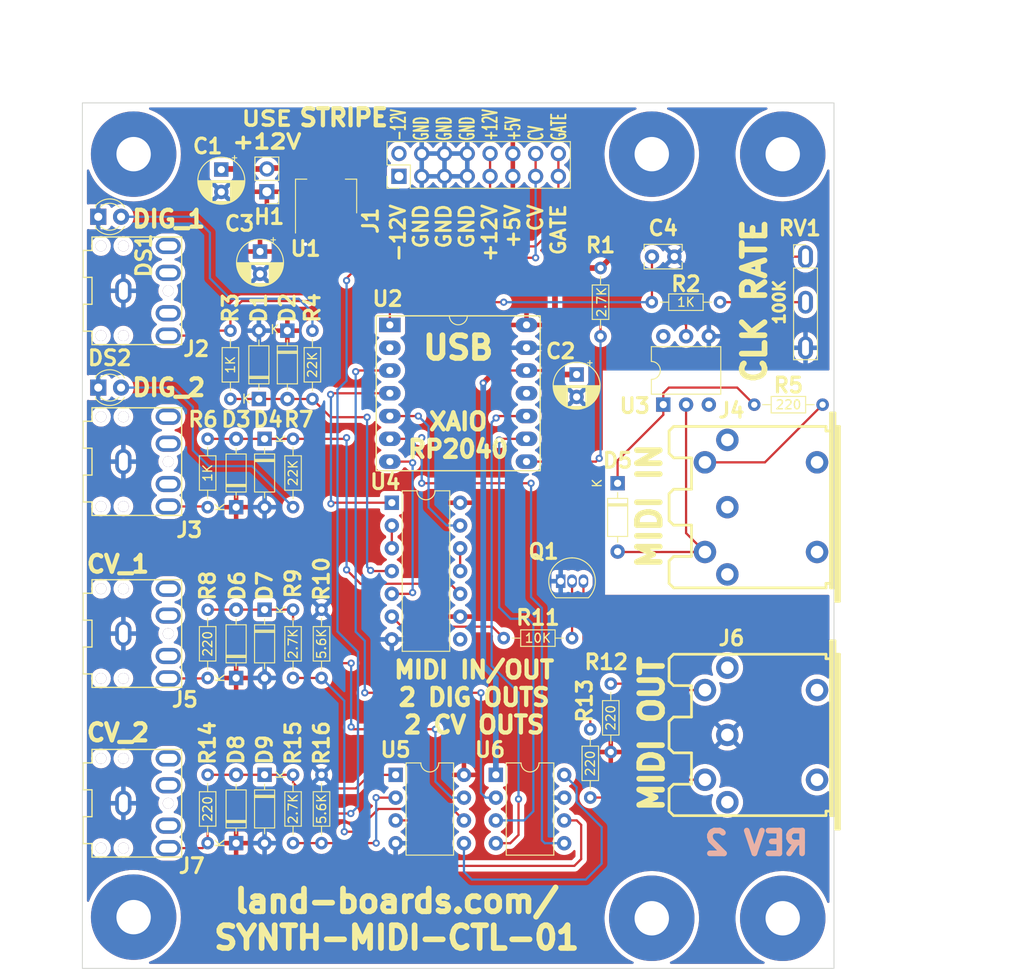
<source format=kicad_pcb>
(kicad_pcb (version 20211014) (generator pcbnew)
  (title_block (title "SYNTH MIDI COMTROLLER") (date "2022-09-23") (rev "1") (company "LAND BOARDS, LLC"))
  (layers (0 "F.Cu" signal) (31 "B.Cu" signal) (34 "B.Paste" user) (35 "F.Paste" user) (36 "B.SilkS" user "B.Silkscreen") (37 "F.SilkS" user "F.Silkscreen") (38 "B.Mask" user) (39 "F.Mask" user) (44 "Edge.Cuts" user))
  (net 0 "")
  (net 1 "Net-(D5-Pad1)")
  (net 2 "+3V3")
  (net 3 "+5V")
  (net 4 "/FREQ_POT")
  (net 6 "+12V")
  (net 7 "/GATE")
  (net 8 "Net-(C1-Pad1)")
  (net 13 "/RXD")
  (net 16 "/MIDI_IN")
  (net 17 "/CLK")
  (net 18 "Net-(D5-Pad2)")
  (net 19 "Net-(J6-Pad5)")
  (net 20 "Net-(Q1-Pad2)")
  (net 21 "Net-(Q1-Pad3)")
  (net 22 "Net-(DS1-Pad2)")
  (net 23 "Net-(J6-Pad4)")
  (net 24 "/GATE_I")
  (net 25 "/CLK_I")
  (net 26 "Net-(DS2-Pad2)")
  (net 28 "Net-(U5-Pad3)")
  (net 29 "Net-(R2-Pad1)")
  (net 30 "Net-(R10-Pad2)")
  (net 31 "Net-(R11-Pad2)")
  (net 33 "Net-(U2-Pad6)")
  (net 34 "Net-(U2-Pad9)")
  (net 35 "Net-(U2-Pad10)")
  (net 39 "Net-(R15-Pad1)")
  (net 40 "Net-(D6-Pad2)")
  (net 41 "Net-(D8-Pad2)")
  (net 42 "Net-(U2-Pad3)")
  (net 43 "Net-(U5-Pad5)")
  (net 48 "GND")
  (net 49 "Net-(U2-Pad7)")
  (net 50 "/DIG1")
  (net 51 "/DIG2")
  (net 52 "/CV1")
  (net 53 "/CV2")
  (net 54 "Net-(U4-Pad2)")
  (net 55 "Net-(U4-Pad12)")
  (footprint "Capacitor_THT:CP_Radial_D5.0mm_P2.50mm" (layer "F.Cu") (at 106.172 39.434888 -90)
    (fp_text reference "C3")
    (fp_text value "47uF")
  )
  (footprint "Diode_THT:D_DO-35_SOD27_P7.62mm_Horizontal" (layer "F.Cu") (at 106.68 60.325 -90)
    (fp_text reference "D4")
    (fp_text value "BAT41")
  )
  (footprint "Capacitor_THT:CP_Radial_D5.0mm_P2.50mm" (layer "F.Cu") (at 141.478 53.150888 -90)
    (fp_text reference "C2")
    (fp_text value "47uF")
  )
  (footprint "Diode_THT:D_DO-35_SOD27_P7.62mm_Horizontal" (layer "F.Cu") (at 106.68 97.79 -90)
    (fp_text reference "D9")
    (fp_text value "BAT41")
  )
  (footprint "LandBoards_MountHoles:MTG-6-32" (layer "F.Cu") (at 92.075 113.665)
    (fp_text reference "MTG2" hide)
    (fp_text value "MountingHole" hide)
  )
  (footprint "LandBoards_Conns:Pot3" (layer "F.Cu") (at 167.005 40.01)
    (fp_text reference "RV1")
    (fp_text value "100K")
  )
  (footprint "LandBoards_MountHoles:MTG-6-32" (layer "F.Cu") (at 164.465 28.575)
    (fp_text reference "MTG3" hide)
    (fp_text value "MountingHole" hide)
  )
  (footprint "LandBoards_MountHoles:MTG-6-32" (layer "F.Cu") (at 146.558 114.173)
    (fp_text reference "MTG6" hide)
    (fp_text value "MountingHole" hide)
  )
  (footprint "Resistor_THT:R_Axial_DIN0204_L3.6mm_D1.6mm_P7.62mm_Horizontal" (layer "F.Cu") (at 100.33 79.375 -90)
    (fp_text reference "R8")
    (fp_text value "220")
  )
  (footprint "Resistor_THT:R_Axial_DIN0204_L3.6mm_D1.6mm_P7.62mm_Horizontal" (layer "F.Cu") (at 100.33 60.325 -90)
    (fp_text reference "R6")
    (fp_text value "1K")
  )
  (footprint "Resistor_THT:R_Axial_DIN0204_L3.6mm_D1.6mm_P7.62mm_Horizontal" (layer "F.Cu") (at 168.91 56.515 180)
    (fp_text reference "R5")
    (fp_text value "220")
  )
  (footprint "Resistor_THT:R_Axial_DIN0204_L3.6mm_D1.6mm_P7.62mm_Horizontal" (layer "F.Cu") (at 109.855 105.41 90)
    (fp_text reference "R15")
    (fp_text value "2.7K")
  )
  (footprint "LandBoards_Conns:Jack_3.5mm_CUI_SJ1-3523N_Horizontal" (layer "F.Cu") (at 90.932 62.865 90)
    (fp_text reference "J3")
    (fp_text value "AudioJack3" hide)
  )
  (footprint "Package_DIP:DIP-6_W7.62mm" (layer "F.Cu") (at 151.145 56.505 90)
    (fp_text reference "U3")
    (fp_text value "CNY17-4X006")
  )
  (footprint "LandBoards_Conns:Jack_3.5mm_CUI_SJ1-3523N_Horizontal" (layer "F.Cu") (at 90.932 82.042 90)
    (fp_text reference "J5")
    (fp_text value "AudioJack3" hide)
  )
  (footprint "Diode_THT:D_DO-35_SOD27_P7.62mm_Horizontal" (layer "F.Cu") (at 103.505 86.995 90)
    (fp_text reference "D6")
    (fp_text value "BAT41")
  )
  (footprint "Package_DIP:DIP-8_W7.62mm" (layer "F.Cu") (at 132.471 97.8)
    (fp_text reference "U6")
    (fp_text value "MCP4822-E/P")
  )
  (footprint "Resistor_THT:R_Axial_DIN0204_L3.6mm_D1.6mm_P7.62mm_Horizontal" (layer "F.Cu") (at 109.855 86.995 90)
    (fp_text reference "R9")
    (fp_text value "2.7K")
  )
  (footprint "Diode_THT:D_DO-35_SOD27_P7.62mm_Horizontal" (layer "F.Cu") (at 146.05 65.278 -90)
    (fp_text reference "D5")
    (fp_text value "1N914")
  )
  (footprint "Resistor_THT:R_Axial_DIN0204_L3.6mm_D1.6mm_P7.62mm_Horizontal" (layer "F.Cu") (at 100.33 97.79 -90)
    (fp_text reference "R14")
    (fp_text value "220")
  )
  (footprint "Diode_THT:D_DO-35_SOD27_P7.62mm_Horizontal" (layer "F.Cu") (at 103.505 105.41 90)
    (fp_text reference "D8")
    (fp_text value "BAT41")
  )
  (footprint "Diode_THT:D_DO-35_SOD27_P7.62mm_Horizontal" (layer "F.Cu") (at 103.505 67.945 90)
    (fp_text reference "D3")
    (fp_text value "BAT41")
  )
  (footprint "Diode_THT:D_DO-35_SOD27_P7.62mm_Horizontal" (layer "F.Cu") (at 106.045 55.88 90)
    (fp_text reference "D1")
    (fp_text value "BAT41")
  )
  (footprint "Package_DIP:DIP-8_W7.62mm" (layer "F.Cu") (at 121.295 97.8)
    (fp_text reference "U5")
    (fp_text value "MCP6232")
  )
  (footprint "LandBoards_Conns:MIDI_DIN-5" (layer "F.Cu") (at 161.29 93.345 90)
    (fp_text reference "J6")
    (fp_text value "DIN-5" hide)
  )
  (footprint "Resistor_THT:R_Axial_DIN0204_L3.6mm_D1.6mm_P7.62mm_Horizontal" (layer "F.Cu") (at 113.03 79.375 -90)
    (fp_text reference "R10")
    (fp_text value "5.6K")
  )
  (footprint "Resistor_THT:R_Axial_DIN0204_L3.6mm_D1.6mm_P7.62mm_Horizontal" (layer "F.Cu") (at 102.87 55.88 90)
    (fp_text reference "R3")
    (fp_text value "1K")
  )
  (footprint "LandBoards_MountHoles:MTG-6-32" (layer "F.Cu") (at 147.574 28.194)
    (fp_text reference "MTG5" hide)
    (fp_text value "MountingHole" hide)
  )
  (footprint "Diode_THT:D_DO-35_SOD27_P7.62mm_Horizontal" (layer "F.Cu") (at 106.68 79.375 -90)
    (fp_text reference "D7")
    (fp_text value "BAT41")
  )
  (footprint "Connector_PinHeader_2.54mm:PinHeader_2x08_P2.54mm_Vertical" (layer "F.Cu") (at 121.666 31.05 90)
    (fp_text reference "J1")
    (fp_text value "HEADER, SHRD, 2X8")
  )
  (footprint "Resistor_THT:R_Axial_DIN0204_L3.6mm_D1.6mm_P7.62mm_Horizontal" (layer "F.Cu") (at 143.002 92.71 -90)
    (fp_text reference "R13")
    (fp_text value "220")
  )
  (footprint "Resistor_THT:R_Axial_DIN0204_L3.6mm_D1.6mm_P7.62mm_Horizontal" (layer "F.Cu") (at 157.48 45.085 180)
    (fp_text reference "R2")
    (fp_text value "1K")
  )
  (footprint "Package_TO_SOT_THT:TO-92_Inline" (layer "F.Cu") (at 139.7 76.2)
    (fp_text reference "Q1")
    (fp_text value "2N3904")
  )
  (footprint "LandBoards_BoardOutlines:QT_Py" (layer "F.Cu") (at 120.65 47.625)
    (fp_text reference "U2")
    (fp_text value "XIAO_RP2040")
  )
  (footprint "Diode_THT:D_DO-35_SOD27_P7.62mm_Horizontal" (layer "F.Cu") (at 109.22 48.26 -90)
    (fp_text reference "D2")
    (fp_text value "BAT41")
  )
  (footprint "Connector_PinHeader_2.54mm:PinHeader_1x02_P2.54mm_Vertical" (layer "F.Cu") (at 106.934 32.771 180)
    (fp_text reference "H1")
    (fp_text value "HEADER, 1x2")
  )
  (footprint "LandBoards_MountHoles:MTG-6-32" (layer "F.Cu") (at 164.465 113.665)
    (fp_text reference "MTG4" hide)
    (fp_text value "MountingHole" hide)
  )
  (footprint "LandBoards_MountHoles:MTG-6-32" (layer "F.Cu") (at 92.075 28.575)
    (fp_text reference "MTG1" hide)
    (fp_text value "MountingHole" hide)
  )
  (footprint "Resistor_THT:R_Axial_DIN0204_L3.6mm_D1.6mm_P7.62mm_Horizontal" (layer "F.Cu") (at 113.03 97.79 -90)
    (fp_text reference "R16")
    (fp_text value "5.6K")
  )
  (footprint "Resistor_THT:R_Axial_DIN0204_L3.6mm_D1.6mm_P7.62mm_Horizontal" (layer "F.Cu") (at 144.145 48.895 90)
    (fp_text reference "R1")
    (fp_text value "2.7K")
  )
  (footprint "Resistor_THT:R_Axial_DIN0204_L3.6mm_D1.6mm_P7.62mm_Horizontal" (layer "F.Cu") (at 112.014 48.26 -90)
    (fp_text reference "R4")
    (fp_text value "22K")
  )
  (footprint "Resistor_THT:R_Axial_DIN0204_L3.6mm_D1.6mm_P7.62mm_Horizontal" (layer "F.Cu") (at 109.855 67.945 90)
    (fp_text reference "R7")
    (fp_text value "22K")
  )
  (footprint "LandBoards_Conns:MIDI_DIN-5" (layer "F.Cu") (at 161.29 67.945 90)
    (fp_text reference "J4")
    (fp_text value "DIN-5" hide)
  )
  (footprint "Resistor_THT:R_Axial_DIN0204_L3.6mm_D1.6mm_P7.62mm_Horizontal" (layer "F.Cu") (at 145.288 87.63 -90)
    (fp_text reference "R12")
    (fp_text value "220")
  )
  (footprint "LED_THT:LED_D3.0mm" (layer "F.Cu") (at 88.133 35.56)
    (fp_text reference "DS1")
    (fp_text value "LED, 3mm")
  )
  (footprint "LandBoards_Conns:Jack_3.5mm_CUI_SJ1-3523N_Horizontal" (layer "F.Cu") (at 90.932 43.815 90)
    (fp_text reference "J2")
    (fp_text value "AudioJack3" hide)
  )
  (footprint "Capacitor_THT:CP_Radial_D5.0mm_P2.50mm" (layer "F.Cu") (at 101.854 30.290888 -90)
    (fp_text reference "C1")
    (fp_text value "47uF")
  )
  (footprint "LandBoards_Conns:Jack_3.5mm_CUI_SJ1-3523N_Horizontal" (layer "F.Cu") (at 90.932 100.965 90)
    (fp_text reference "J7")
    (fp_text value "AudioJack3" hide)
  )
  (footprint "LED_THT:LED_D3.0mm" (layer "F.Cu") (at 88.133 54.61)
    (fp_text reference "DS2")
    (fp_text value "LED, 3mm")
  )
  (footprint "Package_DIP:DIP-14_W7.62mm" (layer "F.Cu") (at 120.87 67.45)
    (fp_text reference "U4")
    (fp_text value "74HC14")
  )
  (footprint "Resistor_THT:R_Axial_DIN0204_L3.6mm_D1.6mm_P7.62mm_Horizontal" (layer "F.Cu") (at 140.97 82.55 180)
    (fp_text reference "R11")
    (fp_text value "10K")
  )
  (footprint "Package_TO_SOT_SMD:SOT-223" (layer "F.Cu") (at 113.538 33.274 90)
    (fp_text reference "U1")
    (fp_text value "AZ1117H-5")
  )
  (footprint "Capacitor_THT:C_Rect_L4.0mm_W2.5mm_P2.50mm" (layer "F.Cu") (at 149.88 40.005)
    (fp_text reference "C4")
    (fp_text value "220pF")
  )
  (gr_rect (start 86.36 22.86) (end 170.18 119.38) (layer "Edge.Cuts") (width 0.1) (fill none))
  (gr_text "REV 2" (at 161.544 105.41) (layer "B.SilkS") (effects (font (size 2.54 2.54) (thickness 0.635)) (justify mirror)))
  (gr_text "XAIO\nRP2040" (at 128.27 59.944) (layer "F.SilkS") (effects (font (size 1.905 1.905) (thickness 0.47625))))
  (gr_text "STRIPE" (at 115.5 24.5) (layer "F.SilkS") (effects (font (size 1.905 1.905) (thickness 0.47625))))
  (gr_text "CV_1" (at 86.614 74.295) (layer "F.SilkS") (effects (font (size 1.8796 1.905) (thickness 0.4699)) (justify left)))
  (gr_text "DIG_1" (at 91.694 35.814) (layer "F.SilkS") (effects (font (size 1.8796 1.905) (thickness 0.4699)) (justify left)))
  (gr_text "land-boards.com/\nSYNTH-MIDI-CTL-01" (at 121.412 113.919) (layer "F.SilkS") (effects (font (size 2.54 2.54) (thickness 0.635))))
  (gr_text "-12V\nGND\nGND\nGND\n+12V\n+5V\nCV\nGATE" (at 130.499993 34 90) (layer "F.SilkS") (effects (font (size 1.5875 1.5875) (thickness 0.3175)) (justify right)))
  (gr_text "-12V\nGND\nGND\nGND\n+12V\n+5V\nCV\nGATE" (at 130.556 27.18 90) (layer "F.SilkS") (effects (font (size 1.5875 0.8636) (thickness 0.2159)) (justify left)))
  (gr_text "MIDI OUT" (at 149.86 93.218 90) (layer "F.SilkS") (effects (font (size 2.54 2.54) (thickness 0.635))))
  (gr_text "CV_2" (at 86.614 93.091) (layer "F.SilkS") (effects (font (size 1.905 1.905) (thickness 0.47625)) (justify left)))
  (gr_text "USB" (at 128.27 50.165) (layer "F.SilkS") (effects (font (size 2.54 2.54) (thickness 0.635))))
  (gr_text "CLK RATE" (at 161.29 44.958 90) (layer "F.SilkS") (effects (font (size 2.54 2.54) (thickness 0.635))))
  (gr_text "MIDI IN/OUT\n2 DIG OUTS\n2 CV OUTS" (at 130.048 89.154) (layer "F.SilkS") (effects (font (size 1.905 1.905) (thickness 0.47625))))
  (gr_text "DIG_2" (at 91.694 54.61) (layer "F.SilkS") (effects (font (size 1.8796 1.905) (thickness 0.4699)) (justify left)))
  (gr_text "MIDI IN" (at 149.606 67.818 90) (layer "F.SilkS") (effects (font (size 2.54 2.54) (thickness 0.635))))
  (gr_text "USE\n+12V" (at 106.934 25.908) (layer "F.SilkS") (effects (font (size 1.5875 1.905) (thickness 0.381))))
  (segment (start 159.385 54.61) (end 151.765 54.61) (width 0.25) (layer "F.Cu") (net 1))
  (segment (start 151.145 56.505) (end 151.145 57.643) (width 0.25) (layer "F.Cu") (net 1))
  (segment (start 151.145 55.23) (end 151.145 56.505) (width 0.25) (layer "F.Cu") (net 1))
  (segment (start 151.145 57.643) (end 146.05 62.738) (width 0.25) (layer "F.Cu") (net 1))
  (segment (start 146.05 62.738) (end 146.05 65.278) (width 0.25) (layer "F.Cu") (net 1))
  (segment (start 151.765 54.61) (end 151.145 55.23) (width 0.25) (layer "F.Cu") (net 1))
  (segment (start 161.29 56.515) (end 159.385 54.61) (width 0.25) (layer "F.Cu") (net 1))
  (segment (start 137.795 52.705) (end 138.557 51.943) (width 0.635) (layer "F.Cu") (net 2))
  (segment (start 131.064 54.102) (end 132.461 52.705) (width 0.635) (layer "F.Cu") (net 2))
  (segment (start 138.557 51.943) (end 139.065 51.435) (width 0.635) (layer "F.Cu") (net 2))
  (segment (start 160.274 36.83) (end 163.454 40.01) (width 0.635) (layer "F.Cu") (net 2))
  (segment (start 138.557 51.943) (end 139.764888 53.150888) (width 0.635) (layer "F.Cu") (net 2))
  (segment (start 132.461 52.705) (end 135.89 52.705) (width 0.25) (layer "F.Cu") (net 2))
  (segment (start 135.89 52.705) (end 137.795 52.705) (width 0.25) (layer "F.Cu") (net 2))
  (segment (start 148.59 36.83) (end 160.274 36.83) (width 0.635) (layer "F.Cu") (net 2))
  (segment (start 163.454 40.01) (end 167.005 40.01) (width 0.25) (layer "F.Cu") (net 2))
  (segment (start 139.065 51.435) (end 139.065 43.18) (width 0.635) (layer "F.Cu") (net 2))
  (segment (start 140.97 41.275) (end 144.145 41.275) (width 0.635) (layer "F.Cu") (net 2))
  (segment (start 139.065 43.18) (end 140.97 41.275) (width 0.635) (layer "F.Cu") (net 2))
  (segment (start 144.145 41.275) (end 148.59 36.83) (width 0.635) (layer "F.Cu") (net 2))
  (segment (start 139.764888 53.150888) (end 141.478 53.150888) (width 0.635) (layer "F.Cu") (net 2))
  (via (at 131.064 54.102) (size 0.8) (drill 0.4) (layers "F.Cu" "B.Cu") (net 2))
  (segment (start 131.064 54.102) (end 131.064 85.598) (width 0.635) (layer "B.Cu") (net 2))
  (segment (start 132.471 87.005) (end 131.064 85.598) (width 0.635) (layer "B.Cu") (net 2))
  (segment (start 132.471 87.005) (end 132.471 97.8) (width 0.635) (layer "B.Cu") (net 2))
  (segment (start 120.65 45.72) (end 120.65 47.625) (width 0.25) (layer "F.Cu") (net 4))
  (segment (start 121.285 45.085) (end 120.65 45.72) (width 0.25) (layer "F.Cu") (net 4))
  (segment (start 133.35 45.085) (end 121.285 45.085) (width 0.25) (layer "F.Cu") (net 4))
  (segment (start 149.88 40.005) (end 149.88 45.065) (width 0.25) (layer "F.Cu") (net 4))
  (via (at 133.35 45.085) (size 0.8) (drill 0.4) (layers "F.Cu" "B.Cu") (net 4))
  (segment (start 149.86 45.085) (end 133.35 45.085) (width 0.25) (layer "B.Cu") (net 4))
  (segment (start 115.838 36.424) (end 128.93 36.424) (width 0.635) (layer "F.Cu") (net 6))
  (segment (start 128.93 36.424) (end 131.826 33.528) (width 0.635) (layer "F.Cu") (net 6))
  (segment (start 131.826 33.528) (end 131.826 31.05) (width 0.254) (layer "F.Cu") (net 6))
  (segment (start 131.826 31.05) (end 131.826 28.51) (width 0.254) (layer "F.Cu") (net 6))
  (segment (start 114.046 55.372) (end 114.173 55.245) (width 0.25) (layer "F.Cu") (net 7))
  (segment (start 114.173 55.245) (end 120.65 55.245) (width 0.25) (layer "F.Cu") (net 7))
  (segment (start 120.87 67.45) (end 114.1955 67.45) (width 0.25) (layer "F.Cu") (net 7))
  (segment (start 114.1955 67.45) (end 114.0815 67.564) (width 0.25) (layer "F.Cu") (net 7))
  (via (at 114.046 55.372) (size 0.8) (drill 0.4) (layers "F.Cu" "B.Cu") (net 7))
  (via (at 114.0815 67.564) (size 0.8) (drill 0.4) (layers "F.Cu" "B.Cu") (net 7))
  (segment (start 114.0815 67.564) (end 114.0815 55.4075) (width 0.25) (layer "B.Cu") (net 7))
  (segment (start 114.0815 55.4075) (end 114.046 55.372) (width 0.25) (layer "B.Cu") (net 7))
  (segment (start 106.934 30.231) (end 101.913888 30.231) (width 0.635) (layer "F.Cu") (net 8))
  (segment (start 113.538 36.424) (end 113.538 30.124) (width 0.635) (layer "F.Cu") (net 8))
  (segment (start 113.538 30.124) (end 107.041 30.124) (width 0.635) (layer "F.Cu") (net 8))
  (segment (start 153.685 47.64) (end 153.035 46.99) (width 0.25) (layer "F.Cu") (net 13))
  (segment (start 144 62.5) (end 143.635 62.865) (width 0.25) (layer "F.Cu") (net 13))
  (segment (start 144.78 46.99) (end 144.145 47.625) (width 0.25) (layer "F.Cu") (net 13))
  (segment (start 135.89 62.865) (end 143.635 62.865) (width 0.25) (layer "F.Cu") (net 13))
  (segment (start 153.035 46.99) (end 144.78 46.99) (width 0.25) (layer "F.Cu") (net 13))
  (segment (start 153.685 48.885) (end 153.685 47.64) (width 0.25) (layer "F.Cu") (net 13))
  (segment (start 144.145 47.625) (end 144.145 48.895) (width 0.25) (layer "F.Cu") (net 13))
  (via (at 144 62.5) (size 0.8) (drill 0.4) (layers "F.Cu" "B.Cu") (net 13))
  (segment (start 144.145 62.355) (end 144 62.5) (width 0.25) (layer "B.Cu") (net 13))
  (segment (start 144.145 48.895) (end 144.145 62.355) (width 0.25) (layer "B.Cu") (net 13))
  (segment (start 155.79 62.945) (end 162.48 62.945) (width 0.25) (layer "F.Cu") (net 16))
  (segment (start 162.48 62.945) (end 168.91 56.515) (width 0.25) (layer "F.Cu") (net 16))
  (segment (start 120.65 57.785) (end 123.825 57.785) (width 0.25) (layer "F.Cu") (net 17))
  (via (at 123.825 57.785) (size 0.8) (drill 0.4) (layers "F.Cu" "B.Cu") (net 17))
  (segment (start 126.99 69.99) (end 128.49 69.99) (width 0.25) (layer "B.Cu") (net 17))
  (segment (start 124.968 58.928) (end 124.968 67.968) (width 0.25) (layer "B.Cu") (net 17))
  (segment (start 124.968 67.968) (end 126.99 69.99) (width 0.25) (layer "B.Cu") (net 17))
  (segment (start 123.825 57.785) (end 124.968 58.928) (width 0.25) (layer "B.Cu") (net 17))
  (segment (start 153.685 70.84) (end 155.79 72.945) (width 0.25) (layer "F.Cu") (net 18))
  (segment (start 153.685 56.505) (end 153.685 70.84) (width 0.25) (layer "F.Cu") (net 18))
  (segment (start 155.79 72.945) (end 146.097 72.945) (width 0.25) (layer "F.Cu") (net 18))
  (segment (start 150.575 98.345) (end 148.59 100.33) (width 0.25) (layer "F.Cu") (net 19))
  (segment (start 155.79 98.345) (end 150.575 98.345) (width 0.25) (layer "F.Cu") (net 19))
  (segment (start 143.002 100.33) (end 148.59 100.33) (width 0.25) (layer "F.Cu") (net 19))
  (segment (start 140.97 82.55) (end 140.97 76.2) (width 0.25) (layer "F.Cu") (net 20))
  (segment (start 143.002 90.932) (end 142.24 90.17) (width 0.25) (layer "F.Cu") (net 21))
  (segment (start 142.24 76.2) (end 142.24 90.17) (width 0.25) (layer "F.Cu") (net 21))
  (segment (start 143.002 92.71) (end 143.002 90.932) (width 0.25) (layer "F.Cu") (net 21))
  (segment (start 100.584 37.338) (end 98.806 35.56) (width 0.25) (layer "B.Cu") (net 22))
  (segment (start 102.87 44.704) (end 100.584 42.418) (width 0.25) (layer "B.Cu") (net 22))
  (segment (start 102.87 44.704) (end 110.49 44.704) (width 0.25) (layer "B.Cu") (net 22))
  (segment (start 112.014 48.26) (end 112.014 46.228) (width 0.25) (layer "B.Cu") (net 22))
  (segment (start 98.806 35.56) (end 90.673 35.56) (width 0.25) (layer "B.Cu") (net 22))
  (segment (start 112.014 46.228) (end 110.49 44.704) (width 0.25) (layer "B.Cu") (net 22))
  (segment (start 100.584 42.418) (end 100.584 37.338) (width 0.25) (layer "B.Cu") (net 22))
  (segment (start 144.78 87.63) (end 148.684 87.63) (width 0.25) (layer "F.Cu") (net 23))
  (segment (start 155.79 88.345) (end 149.399 88.345) (width 0.25) (layer "F.Cu") (net 23))
  (segment (start 148.684 87.63) (end 149.399 88.345) (width 0.25) (layer "F.Cu") (net 23))
  (segment (start 114.046 57.912) (end 112.014 55.88) (width 0.25) (layer "F.Cu") (net 24))
  (segment (start 106.045 55.88) (end 109.22 55.88) (width 0.25) (layer "F.Cu") (net 24))
  (segment (start 102.87 55.88) (end 106.045 55.88) (width 0.25) (layer "F.Cu") (net 24))
  (segment (start 109.22 55.88) (end 112.014 55.88) (width 0.25) (layer "F.Cu") (net 24))
  (segment (start 120.87 75.07) (end 118.57 75.07) (width 0.25) (layer "F.Cu") (net 24))
  (segment (start 118.57 75.07) (end 118.5 75) (width 0.25) (layer "F.Cu") (net 24))
  (segment (start 118.11 57.912) (end 114.046 57.912) (width 0.25) (layer "F.Cu") (net 24))
  (via (at 118.11 57.912) (size 0.8) (drill 0.4) (layers "F.Cu" "B.Cu") (net 24))
  (via (at 118.5 75) (size 0.8) (drill 0.4) (layers "F.Cu" "B.Cu") (net 24))
  (segment (start 118.11 74.61) (end 118.11 57.912) (width 0.25) (layer "B.Cu") (net 24))
  (segment (start 118.5 75) (end 118.11 74.61) (width 0.25) (layer "B.Cu") (net 24))
  (segment (start 103.505 60.325) (end 115.697 60.325) (width 0.25) (layer "F.Cu") (net 25))
  (segment (start 115.697 60.325) (end 115.824 60.198) (width 0.25) (layer "F.Cu") (net 25))
  (segment (start 100.33 60.325) (end 103.505 60.325) (width 0.25) (layer "F.Cu") (net 25))
  (segment (start 127.365489 76.485489) (end 117.379489 76.485489) (width 0.25) (layer "F.Cu") (net 25))
  (segment (start 128.49 77.61) (end 127.365489 76.485489) (width 0.25) (layer "F.Cu") (net 25))
  (segment (start 117.379489 76.485489) (end 115.824 74.93) (width 0.25) (layer "F.Cu") (net 25))
  (via (at 115.824 60.198) (size 0.8) (drill 0.4) (layers "F.Cu" "B.Cu") (net 25))
  (via (at 115.824 74.93) (size 0.8) (drill 0.4) (layers "F.Cu" "B.Cu") (net 25))
  (segment (start 115.824 60.198) (end 115.824 74.93) (width 0.25) (layer "B.Cu") (net 25))
  (segment (start 98.679 61.595) (end 100.457 63.373) (width 0.25) (layer "B.Cu") (net 26))
  (segment (start 98.679 56.769) (end 98.679 61.595) (width 0.25) (layer "B.Cu") (net 26))
  (segment (start 100.457 63.373) (end 105.283 63.373) (width 0.25) (layer "B.Cu") (net 26))
  (segment (start 90.673 54.61) (end 96.52 54.61) (width 0.25) (layer "B.Cu") (net 26))
  (segment (start 105.283 63.373) (end 109.855 67.945) (width 0.25) (layer "B.Cu") (net 26))
  (segment (start 96.52 54.61) (end 98.679 56.769) (width 0.25) (layer "B.Cu") (net 26))
  (segment (start 124.714 107.95) (end 141.224 107.95) (width 0.25) (layer "F.Cu") (net 28))
  (segment (start 141.986 103.378) (end 141.986 107.188) (width 0.25) (layer "F.Cu") (net 28))
  (segment (start 141.488 102.88) (end 141.986 103.378) (width 0.25) (layer "F.Cu") (net 28))
  (segment (start 123.698 106.934) (end 124.714 107.95) (width 0.25) (layer "F.Cu") (net 28))
  (segment (start 121.295 102.88) (end 122.946 102.88) (width 0.25) (layer "F.Cu") (net 28))
  (segment (start 140.091 102.88) (end 141.488 102.88) (width 0.25) (layer "F.Cu") (net 28))
  (segment (start 141.986 107.188) (end 141.224 107.95) (width 0.25) (layer "F.Cu") (net 28))
  (segment (start 123.698 103.632) (end 123.698 106.934) (width 0.25) (layer "F.Cu") (net 28))
  (segment (start 122.946 102.88) (end 123.698 103.632) (width 0.25) (layer "F.Cu") (net 28))
  (segment (start 157.48 45.085) (end 167 45.085) (width 0.25) (layer "F.Cu") (net 29))
  (segment (start 127.635 101.6) (end 119.38 101.6) (width 0.25) (layer "F.Cu") (net 30))
  (segment (start 109.855 86.995) (end 113.03 86.995) (width 0.25) (layer "F.Cu") (net 30))
  (segment (start 116.84 104.14) (end 115.57 104.14) (width 0.25) (layer "F.Cu") (net 30))
  (segment (start 128.915 102.88) (end 127.635 101.6) (width 0.25) (layer "F.Cu") (net 30))
  (segment (start 119.38 101.6) (end 116.84 104.14) (width 0.25) (layer "F.Cu") (net 30))
  (via (at 115.57 104.14) (size 0.8) (drill 0.4) (layers "F.Cu" "B.Cu") (net 30))
  (segment (start 115.57 89.535) (end 113.03 86.995) (width 0.25) (layer "B.Cu") (net 30))
  (segment (start 115.57 104.14) (end 115.57 89.535) (width 0.25) (layer "B.Cu") (net 30))
  (segment (start 120.87 80.15) (end 121.994511 81.274511) (width 0.25) (layer "F.Cu") (net 31))
  (segment (start 132.074511 81.274511) (end 133.35 82.55) (width 0.25) (layer "F.Cu") (net 31))
  (segment (start 121.994511 81.274511) (end 132.074511 81.274511) (width 0.25) (layer "F.Cu") (net 31))
  (segment (start 124.079 60.325) (end 124.206 60.198) (width 0.25) (layer "F.Cu") (net 33))
  (segment (start 120.65 60.325) (end 124.079 60.325) (width 0.25) (layer "F.Cu") (net 33))
  (segment (start 124.206 65.278) (end 136.398 65.278) (width 0.25) (layer "F.Cu") (net 33))
  (via (at 124.206 60.198) (size 0.8) (drill 0.4) (layers "F.Cu" "B.Cu") (net 33))
  (via (at 136.398 65.278) (size 0.8) (drill 0.4) (layers "F.Cu" "B.Cu") (net 33))
  (via (at 124.206 65.278) (size 0.8) (drill 0.4) (layers "F.Cu" "B.Cu") (net 33))
  (segment (start 136.398 77.978) (end 137.60952 79.18952) (width 0.25) (layer "B.Cu") (net 33))
  (segment (start 136.398 65.278) (end 136.398 77.978) (width 0.25) (layer "B.Cu") (net 33))
  (segment (start 137.60952 105.09752) (end 137.60952 79.18952) (width 0.25) (layer "B.Cu") (net 33))
  (segment (start 140.091 105.42) (end 137.932 105.42) (width 0.25) (layer "B.Cu") (net 33))
  (segment (start 137.932 105.42) (end 137.60952 105.09752) (width 0.25) (layer "B.Cu") (net 33))
  (segment (start 124.206 60.198) (end 124.206 65.278) (width 0.25) (layer "B.Cu") (net 33))
  (segment (start 132.969 60.325) (end 135.89 60.325) (width 0.25) (layer "F.Cu") (net 34))
  (segment (start 132.842 60.452) (end 132.969 60.325) (width 0.25) (layer "F.Cu") (net 34))
  (via (at 132.842 60.452) (size 0.8) (drill 0.4) (layers "F.Cu" "B.Cu") (net 34))
  (segment (start 132.842 60.452) (end 132.842 79.121) (width 0.25) (layer "B.Cu") (net 34))
  (segment (start 136.017 80.391) (end 136.651989 81.025989) (width 0.25) (layer "B.Cu") (net 34))
  (segment (start 134.112 80.391) (end 136.017 80.391) (width 0.25) (layer "B.Cu") (net 34))
  (segment (start 136.651989 101.854011) (end 135.626 102.88) (width 0.25) (layer "B.Cu") (net 34))
  (segment (start 135.626 102.88) (end 132.471 102.88) (width 0.25) (layer "B.Cu") (net 34))
  (segment (start 132.842 79.121) (end 134.112 80.391) (width 0.25) (layer "B.Cu") (net 34))
  (segment (start 136.651989 81.025989) (end 136.651989 101.854011) (width 0.25) (layer "B.Cu") (net 34))
  (segment (start 135 100.5) (end 135 104.5) (width 0.25) (layer "F.Cu") (net 35))
  (segment (start 135.89 57.785) (end 132.715 57.785) (width 0.25) (layer "F.Cu") (net 35))
  (segment (start 132.715 57.785) (end 132.5 58) (width 0.25) (layer "F.Cu") (net 35))
  (segment (start 135 104.5) (end 134.08 105.42) (width 0.25) (layer "F.Cu") (net 35))
  (segment (start 134.08 105.42) (end 132.471 105.42) (width 0.25) (layer "F.Cu") (net 35))
  (via (at 132.5 58) (size 0.8) (drill 0.4) (layers "F.Cu" "B.Cu") (net 35))
  (via (at 135 100.5) (size 0.8) (drill 0.4) (layers "F.Cu" "B.Cu") (net 35))
  (segment (start 132.5 58) (end 132 58.5) (width 0.25) (layer "B.Cu") (net 35))
  (segment (start 132 85.626046) (end 135 88.626046) (width 0.25) (layer "B.Cu") (net 35))
  (segment (start 135 88.626046) (end 135 100.5) (width 0.25) (layer "B.Cu") (net 35))
  (segment (start 132 58.5) (end 132 85.626046) (width 0.25) (layer "B.Cu") (net 35))
  (segment (start 121.295 100.34) (end 119.116 100.34) (width 0.25) (layer "F.Cu") (net 39))
  (segment (start 109.855 105.41) (end 113.03 105.41) (width 0.25) (layer "F.Cu") (net 39))
  (segment (start 113.03 105.41) (end 119.126 105.41) (width 0.25) (layer "F.Cu") (net 39))
  (via (at 119.126 105.41) (size 0.8) (drill 0.4) (layers "F.Cu" "B.Cu") (net 39))
  (via (at 119.116 100.34) (size 0.8) (drill 0.4) (layers "F.Cu" "B.Cu") (net 39))
  (segment (start 119.126 105.41) (end 119.126 100.35) (width 0.25) (layer "B.Cu") (net 39))
  (segment (start 119.126 100.35) (end 119.116 100.34) (width 0.25) (layer "B.Cu") (net 39))
  (segment (start 109.855 79.375) (end 109.855 80.899) (width 0.25) (layer "F.Cu") (net 40))
  (segment (start 125.73 92.71) (end 116.586 92.71) (width 0.25) (layer "F.Cu") (net 40))
  (segment (start 116.586 92.71) (end 116.332 92.456) (width 0.25) (layer "F.Cu") (net 40))
  (segment (start 100.33 79.375) (end 103.505 79.375) (width 0.25) (layer "F.Cu") (net 40))
  (segment (start 109.855 80.899) (end 114.3 85.344) (width 0.25) (layer "F.Cu") (net 40))
  (segment (start 103.505 79.375) (end 106.68 79.375) (width 0.25) (layer "F.Cu") (net 40))
  (segment (start 116.332 85.344) (end 114.3 85.344) (width 0.25) (layer "F.Cu") (net 40))
  (segment (start 106.68 79.375) (end 109.855 79.375) (width 0.25) (layer "F.Cu") (net 40))
  (via (at 125.73 92.71) (size 0.8) (drill 0.4) (layers "F.Cu" "B.Cu") (net 40))
  (via (at 116.332 92.456) (size 0.8) (drill 0.4) (layers "F.Cu" "B.Cu") (net 40))
  (via (at 116.332 85.344) (size 0.8) (drill 0.4) (layers "F.Cu" "B.Cu") (net 40))
  (segment (start 116.332 85.344) (end 116.332 92.456) (width 0.25) (layer "B.Cu") (net 40))
  (segment (start 127.518 100.34) (end 125.73 98.552) (width 0.25) (layer "B.Cu") (net 40))
  (segment (start 128.915 100.34) (end 127.518 100.34) (width 0.25) (layer "B.Cu") (net 40))
  (segment (start 125.73 98.552) (end 125.73 92.71) (width 0.25) (layer "B.Cu") (net 40))
  (segment (start 106.68 97.79) (end 109.855 97.79) (width 0.25) (layer "F.Cu") (net 41))
  (segment (start 118.374 97.8) (end 121.295 97.8) (width 0.25) (layer "F.Cu") (net 41))
  (segment (start 110.49 99.314) (end 116.86 99.314) (width 0.25) (layer "F.Cu") (net 41))
  (segment (start 103.505 97.79) (end 106.68 97.79) (width 0.25) (layer "F.Cu") (net 41))
  (segment (start 116.86 99.314) (end 118.374 97.8) (width 0.25) (layer "F.Cu") (net 41))
  (segment (start 109.855 97.79) (end 109.855 98.679) (width 0.25) (layer "F.Cu") (net 41))
  (segment (start 100.33 97.79) (end 103.505 97.79) (width 0.25) (layer "F.Cu") (net 41))
  (segment (start 109.855 98.679) (end 110.49 99.314) (width 0.25) (layer "F.Cu") (net 41))
  (segment (start 120.65 52.705) (end 116.967 52.705) (width 0.25) (layer "F.Cu") (net 42))
  (segment (start 116.967 52.705) (end 116.84 52.832) (width 0.25) (layer "F.Cu") (net 42))
  (segment (start 130.81 88.646) (end 117.856 88.646) (width 0.25) (layer "F.Cu") (net 42))
  (via (at 117.856 88.646) (size 0.8) (drill 0.4) (layers "F.Cu" "B.Cu") (net 42))
  (via (at 116.84 52.832) (size 0.8) (drill 0.4) (layers "F.Cu" "B.Cu") (net 42))
  (via (at 130.81 88.646) (size 0.8) (drill 0.4) (layers "F.Cu" "B.Cu") (net 42))
  (segment (start 116.84 52.832) (end 116.84 81.84) (width 0.25) (layer "B.Cu") (net 42))
  (segment (start 117.856 82.856) (end 117.856 88.646) (width 0.25) (layer "B.Cu") (net 42))
  (segment (start 116.84 81.84) (end 117.856 82.856) (width 0.25) (layer "B.Cu") (net 42))
  (segment (start 131.328 100.34) (end 132.471 100.34) (width 0.25) (layer "B.Cu") (net 42))
  (segment (start 130.81 99.822) (end 131.328 100.34) (width 0.25) (layer "B.Cu") (net 42))
  (segment (start 130.81 99.822) (end 130.81 88.646) (width 0.25) (layer "B.Cu") (net 42))
  (segment (start 141.478 99.187) (end 141.478 100.838) (width 0.25) (layer "B.Cu") (net 43))
  (segment (start 129.794 109.474) (end 128.915 108.595) (width 0.25) (layer "B.Cu") (net 43))
  (segment (start 144.272 107.696) (end 142.494 109.474) (width 0.25) (layer "B.Cu") (net 43))
  (segment (start 144.272 103.632) (end 144.272 107.696) (width 0.25) (layer "B.Cu") (net 43))
  (segment (start 140.091 97.8) (end 141.478 99.187) (width 0.25) (layer "B.Cu") (net 43))
  (segment (start 141.478 100.838) (end 144.272 103.632) (width 0.25) (layer "B.Cu") (net 43))
  (segment (start 128.915 108.595) (end 128.915 105.42) (width 0.25) (layer "B.Cu") (net 43))
  (segment (start 142.494 109.474) (end 129.794 109.474) (width 0.25) (layer "B.Cu") (net 43))
  (segment (start 111.238 38.622) (end 111.238 36.424) (width 0.254) (layer "F.Cu") (net 48))
  (via (at 111.238 38.622) (size 0.8) (drill 0.4) (layers "F.Cu" "B.Cu") (net 48))
  (segment (start 120.65 62.865) (end 123.063 62.865) (width 0.25) (layer "F.Cu") (net 49))
  (segment (start 123.05 77.61) (end 123.19 77.47) (width 0.25) (layer "F.Cu") (net 49))
  (segment (start 123.19 62.992) (end 123.063 62.865) (width 0.25) (layer "F.Cu") (net 49))
  (segment (start 120.87 77.61) (end 123.05 77.61) (width 0.25) (layer "F.Cu") (net 49))
  (via (at 123.19 62.992) (size 0.8) (drill 0.4) (layers "F.Cu" "B.Cu") (net 49))
  (via (at 123.19 77.47) (size 0.8) (drill 0.4) (layers "F.Cu" "B.Cu") (net 49))
  (segment (start 123.19 77.47) (end 123.19 62.992) (width 0.25) (layer "B.Cu") (net 49))
  (segment (start 117.602 38.862) (end 111.506 44.958) (width 0.25) (layer "F.Cu") (net 50))
  (segment (start 96.075 48.815) (end 99.267 48.815) (width 0.25) (layer "F.Cu") (net 50))
  (segment (start 102.87 46.228) (end 104.14 44.958) (width 0.25) (layer "F.Cu") (net 50))
  (segment (start 104.14 44.958) (end 111.506 44.958) (width 0.25) (layer "F.Cu") (net 50))
  (segment (start 139.446 28.51) (end 139.446 31.05) (width 0.254) (layer "F.Cu") (net 50))
  (segment (start 139.446 36.322) (end 139.446 31.05) (width 0.25) (layer "F.Cu") (net 50))
  (segment (start 136.906 38.862) (end 117.602 38.862) (width 0.25) (layer "F.Cu") (net 50))
  (segment (start 99.822 48.26) (end 102.87 48.26) (width 0.25) (layer "F.Cu") (net 50))
  (segment (start 136.906 38.862) (end 139.446 36.322) (width 0.25) (layer "F.Cu") (net 50))
  (segment (start 102.87 48.26) (end 102.87 46.228) (width 0.25) (layer "F.Cu") (net 50))
  (segment (start 99.267 48.815) (end 99.822 48.26) (width 0.25) (layer "F.Cu") (net 50))
  (segment (start 96.075 67.865) (end 100.25 67.865) (width 0.25) (layer "F.Cu") (net 51))
  (segment (start 95.932 87.042) (end 100.283 87.042) (width 0.25) (layer "F.Cu") (net 52))
  (segment (start 115.824 42.418) (end 115.824 42.672) (width 0.254) (layer "F.Cu") (net 53))
  (segment (start 99.775 105.965) (end 100.33 105.41) (width 0.25) (layer "F.Cu") (net 53))
  (segment (start 101.346 102.108) (end 100.33 103.124) (width 0.254) (layer "F.Cu") (net 53))
  (segment (start 136.906 28.51) (end 136.906 31.05) (width 0.254) (layer "F.Cu") (net 53))
  (segment (start 116.2945 102.108) (end 101.346 102.108) (width 0.254) (layer "F.Cu") (net 53))
  (segment (start 100.33 103.124) (end 100.33 105.41) (width 0.254) (layer "F.Cu") (net 53))
  (segment (start 95.932 105.965) (end 99.775 105.965) (width 0.25) (layer "F.Cu") (net 53))
  (segment (start 136.906 40.132) (end 118.11 40.132) (width 0.254) (layer "F.Cu") (net 53))
  (segment (start 118.11 40.132) (end 115.824 42.418) (width 0.254) (layer "F.Cu") (net 53))
  (via (at 116.2945 102.108) (size 0.8) (drill 0.4) (layers "F.Cu" "B.Cu") (net 53))
  (via (at 136.906 40.132) (size 0.8) (drill 0.4) (layers "F.Cu" "B.Cu") (net 53))
  (via (at 115.824 42.672) (size 0.8) (drill 0.4) (layers "F.Cu" "B.Cu") (net 53))
  (segment (start 136.906 31.05) (end 136.906 40.132) (width 0.254) (layer "B.Cu") (net 53))
  (segment (start 117.094 84.094) (end 117.094 101.3085) (width 0.254) (layer "B.Cu") (net 53))
  (segment (start 117.094 101.3085) (end 116.2945 102.108) (width 0.254) (layer "B.Cu") (net 53))
  (segment (start 115.824 42.672) (end 115.824 53.848) (width 0.254) (layer "B.Cu") (net 53))
  (segment (start 114.808 54.864) (end 114.808 81.808) (width 0.254) (layer "B.Cu") (net 53))
  (segment (start 115.824 53.848) (end 114.808 54.864) (width 0.254) (layer "B.Cu") (net 53))
  (segment (start 114.808 81.808) (end 117.094 84.094) (width 0.254) (layer "B.Cu") (net 53))
  (segment (start 120.87 69.99) (end 120.87 72.53) (width 0.25) (layer "F.Cu") (net 54))
  (segment (start 128.49 72.53) (end 128.49 75.07) (width 0.25) (layer "F.Cu") (net 55))
  (zone (net 3) (net_name "+5V") (layer "F.Cu") (connect_pads (clearance 0.508)) (min_thickness 0.254) (fill yes (thermal_gap 0.508) (thermal_bridge_width 0.508))
    (polygon (pts (xy 170.18 52.705) (xy 144.399 52.705) (xy 144.399 77.724) (xy 170.18 77.724) (xy 170.18 119.38) (xy 86.36 119.38) (xy 86.36 22.86) (xy 170.18 22.86)))
  )
  (zone (net 48) (net_name "GND") (layer "B.Cu") (connect_pads (clearance 0.508)) (min_thickness 0.254) (fill yes (thermal_gap 0.508) (thermal_bridge_width 0.508))
    (polygon (pts (xy 170.18 52.705) (xy 144.653 52.705) (xy 144.653 77.724) (xy 170.18 77.724) (xy 170.18 119.38) (xy 86.36 119.38) (xy 86.36 22.86) (xy 170.18 22.86)))
  )
)
</source>
